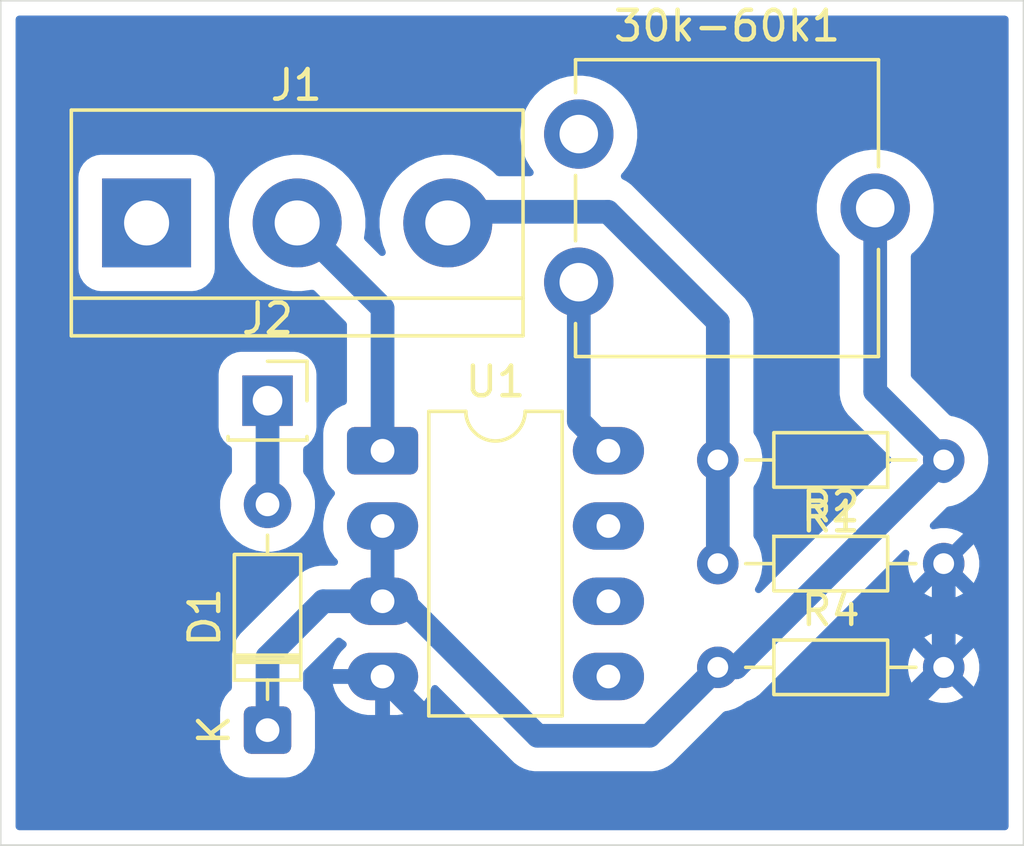
<source format=kicad_pcb>
(kicad_pcb (version 20241229) (generator "pcbnew") (generator_version "9.0")
  (title_block (title "Termodynamik") (date "2025-09-26") (company "DTU") (comment 1 "Lavet af Mathias Selander"))
  (layers (0 "F.Cu" signal) (2 "B.Cu" signal) (13 "F.Paste" user) (15 "B.Paste" user) (5 "F.SilkS" user "F.Silkscreen") (7 "B.SilkS" user "B.Silkscreen") (1 "F.Mask" user) (3 "B.Mask" user) (25 "Edge.Cuts" user))
  (net 0 "")
  (net 1 "Net-(D1-K)")
  (net 2 "Net-(D1-A)")
  (net 3 "Net-(J1-Pin_2)")
  (net 4 "Net-(J1-Pin_3)")
  (net 5 "VDD")
  (net 6 "GND")
  (net 7 "VCC")
  (footprint "Resistor_THT:R_Axial_DIN0204_L3.6mm_D1.6mm_P7.62mm_Horizontal" (layer "F.Cu") (at 166.19 105.5)
    (property "Reference" "R4" (at 3.81 -1.92 0) (layer "F.SilkS"))
    (property "Value" "300")
    (fp_line (start 0.94 0) (end 1.89 0) (stroke (width 0.12)) (layer "F.SilkS"))
    (fp_line (start 6.68 0) (end 5.73 0) (stroke (width 0.12)) (layer "F.SilkS"))
    (fp_rect (start 1.89 -0.92) (end 5.73 0.92) (stroke (width 0.12)) (fill no) (layer "F.SilkS"))
    (pad "1" thru_hole circle (at 0 0) (size 1.4 1.4) (drill 0.7) (layers "*.Cu" "*.Mask") (net 1 "Net-(D1-K)"))
    (pad "2" thru_hole circle (at 7.62 0) (size 1.4 1.4) (drill 0.7) (layers "*.Cu" "*.Mask") (net 6 "GND"))
  )
  (footprint "Connector_PinSocket_2.54mm:PinSocket_1x01_P2.54mm_Vertical" (layer "F.Cu") (at 151 96.5)
    (property "Reference" "J2" (at 0 -2.77 0) (layer "F.SilkS"))
    (property "Value" "Conn_01x01_Socket")
    (fp_line (start -1.33 1.21) (end -1.33 1.33) (stroke (width 0.12)) (layer "F.SilkS"))
    (fp_line (start -1.33 1.33) (end 1.33 1.33) (stroke (width 0.12)) (layer "F.SilkS"))
    (fp_line (start 0 -1.33) (end 1.33 -1.33) (stroke (width 0.12)) (layer "F.SilkS"))
    (fp_line (start 1.33 -1.33) (end 1.33 0) (stroke (width 0.12)) (layer "F.SilkS"))
    (fp_line (start 1.33 1.21) (end 1.33 1.33) (stroke (width 0.12)) (layer "F.SilkS"))
    (pad "1" thru_hole rect (at 0 0) (size 1.7 1.7) (drill 1) (layers "*.Cu" "*.Mask") (net 2 "Net-(D1-A)"))
  )
  (footprint "Package_DIP:DIP-8_W7.62mm_LongPads" (layer "F.Cu") (at 154.88 98.19)
    (property "Reference" "U1" (at 3.81 -2.33 0) (layer "F.SilkS"))
    (property "Value" "MCP6002-xSN")
    (fp_line (start 1.56 -1.33) (end 1.56 8.95) (stroke (width 0.12)) (layer "F.SilkS"))
    (fp_line (start 1.56 8.95) (end 6.06 8.95) (stroke (width 0.12)) (layer "F.SilkS"))
    (fp_line (start 2.81 -1.33) (end 1.56 -1.33) (stroke (width 0.12)) (layer "F.SilkS"))
    (fp_line (start 6.06 -1.33) (end 4.81 -1.33) (stroke (width 0.12)) (layer "F.SilkS"))
    (fp_line (start 6.06 8.95) (end 6.06 -1.33) (stroke (width 0.12)) (layer "F.SilkS"))
    (fp_arc (start 4.81 -1.33) (mid 3.81 -0.33) (end 2.81 -1.33) (stroke (width 0.12)) (layer "F.SilkS"))
    (pad "1" thru_hole roundrect (at 0 0) (size 2.4 1.6) (drill 0.8) (layers "*.Cu" "*.Mask") (roundrect_rratio 0.15625) (net 3 "Net-(J1-Pin_2)"))
    (pad "2" thru_hole oval (at 0 2.54) (size 2.4 1.6) (drill 0.8) (layers "*.Cu" "*.Mask") (net 1 "Net-(D1-K)"))
    (pad "3" thru_hole oval (at 0 5.08) (size 2.4 1.6) (drill 0.8) (layers "*.Cu" "*.Mask") (net 1 "Net-(D1-K)"))
    (pad "4" thru_hole oval (at 0 7.62) (size 2.4 1.6) (drill 0.8) (layers "*.Cu" "*.Mask") (net 6 "GND"))
    (pad "5" thru_hole oval (at 7.62 7.62) (size 2.4 1.6) (drill 0.8) (layers "*.Cu" "*.Mask"))
    (pad "6" thru_hole oval (at 7.62 5.08) (size 2.4 1.6) (drill 0.8) (layers "*.Cu" "*.Mask"))
    (pad "7" thru_hole oval (at 7.62 2.54) (size 2.4 1.6) (drill 0.8) (layers "*.Cu" "*.Mask"))
    (pad "8" thru_hole oval (at 7.62 0) (size 2.4 1.6) (drill 0.8) (layers "*.Cu" "*.Mask") (net 7 "VCC"))
  )
  (footprint "Potentiometer_THT:Potentiometer_ACP_CA9-V10_Vertical" (layer "F.Cu") (at 161.5 92.5)
    (property "Reference" "30k-60k1" (at 5 -8.65 0) (layer "F.SilkS"))
    (property "Value" "R_Potentiometer")
    (fp_line (start -0.11 -7.51) (end 10.11 -7.51) (stroke (width 0.12)) (layer "F.SilkS"))
    (fp_line (start -0.11 -6.396) (end -0.11 -7.51) (stroke (width 0.12)) (layer "F.SilkS"))
    (fp_line (start -0.11 -1.396) (end -0.11 -3.604) (stroke (width 0.12)) (layer "F.SilkS"))
    (fp_line (start -0.11 2.51) (end -0.11 1.396) (stroke (width 0.12)) (layer "F.SilkS"))
    (fp_line (start 10.11 -7.51) (end 10.11 -3.896) (stroke (width 0.12)) (layer "F.SilkS"))
    (fp_line (start 10.11 -1.104) (end 10.11 2.51) (stroke (width 0.12)) (layer "F.SilkS"))
    (fp_line (start 10.11 2.51) (end -0.11 2.51) (stroke (width 0.12)) (layer "F.SilkS"))
    (pad "1" thru_hole circle (at 0 0) (size 2.34 2.34) (drill 1.3) (layers "*.Cu" "*.Mask") (net 7 "VCC"))
    (pad "2" thru_hole circle (at 10 -2.5) (size 2.34 2.34) (drill 1.3) (layers "*.Cu" "*.Mask") (net 1 "Net-(D1-K)"))
    (pad "3" thru_hole circle (at 0 -5) (size 2.34 2.34) (drill 1.3) (layers "*.Cu" "*.Mask"))
  )
  (footprint "Diode_THT:D_DO-35_SOD27_P7.62mm_Horizontal" (layer "F.Cu") (at 151 107.62 90)
    (property "Reference" "D1" (at 3.81 -2.12 90) (layer "F.SilkS"))
    (property "Value" "1N4148")
    (fp_line (start 2.53 -1.12) (end 2.53 1.12) (stroke (width 0.12)) (layer "F.SilkS"))
    (fp_line (start 2.41 -1.12) (end 2.41 1.12) (stroke (width 0.12)) (layer "F.SilkS"))
    (fp_line (start 2.29 -1.12) (end 2.29 1.12) (stroke (width 0.12)) (layer "F.SilkS"))
    (fp_line (start 6.58 0) (end 5.93 0) (stroke (width 0.12)) (layer "F.SilkS"))
    (fp_line (start 1.04 0) (end 1.69 0) (stroke (width 0.12)) (layer "F.SilkS"))
    (fp_rect (start 1.69 -1.12) (end 5.93 1.12) (stroke (width 0.12)) (fill no) (layer "F.SilkS"))
    (fp_text user "K" (at 0 -1.8 90) (layer "F.SilkS"))
    (pad "1" thru_hole roundrect (at 0 0 90) (size 1.6 1.6) (drill 0.8) (layers "*.Cu" "*.Mask") (roundrect_rratio 0.15625) (net 1 "Net-(D1-K)"))
    (pad "2" thru_hole circle (at 7.62 0 90) (size 1.6 1.6) (drill 0.8) (layers "*.Cu" "*.Mask") (net 2 "Net-(D1-A)"))
  )
  (footprint "TerminalBlock:TerminalBlock_bornier-3_P5.08mm" (layer "F.Cu") (at 146.92 90.5)
    (property "Reference" "J1" (at 5.05 -4.65 0) (layer "F.SilkS"))
    (property "Value" "Screw_Terminal_01x03")
    (fp_line (start -2.54 -3.81) (end 12.7 -3.81) (stroke (width 0.12)) (layer "F.SilkS"))
    (fp_line (start -2.54 2.54) (end 12.7 2.54) (stroke (width 0.12)) (layer "F.SilkS"))
    (fp_line (start -2.54 3.81) (end -2.54 -3.81) (stroke (width 0.12)) (layer "F.SilkS"))
    (fp_line (start -2.54 3.81) (end 12.7 3.81) (stroke (width 0.12)) (layer "F.SilkS"))
    (fp_line (start 12.7 3.81) (end 12.7 -3.81) (stroke (width 0.12)) (layer "F.SilkS"))
    (pad "1" thru_hole rect (at 0 0) (size 3 3) (drill 1.52) (layers "*.Cu" "*.Mask") (net 5 "VDD"))
    (pad "2" thru_hole circle (at 5.08 0) (size 3 3) (drill 1.52) (layers "*.Cu" "*.Mask") (net 3 "Net-(J1-Pin_2)"))
    (pad "3" thru_hole circle (at 10.16 0) (size 3 3) (drill 1.52) (layers "*.Cu" "*.Mask") (net 4 "Net-(J1-Pin_3)"))
  )
  (footprint "Resistor_THT:R_Axial_DIN0204_L3.6mm_D1.6mm_P7.62mm_Horizontal" (layer "F.Cu") (at 173.81 98.5 180)
    (property "Reference" "R1" (at 3.81 -1.92 0) (layer "F.SilkS"))
    (property "Value" "20k")
    (fp_line (start 6.68 0) (end 5.73 0) (stroke (width 0.12)) (layer "F.SilkS"))
    (fp_line (start 0.94 0) (end 1.89 0) (stroke (width 0.12)) (layer "F.SilkS"))
    (fp_rect (start 1.89 -0.92) (end 5.73 0.92) (stroke (width 0.12)) (fill no) (layer "F.SilkS"))
    (pad "1" thru_hole circle (at 0 0 180) (size 1.4 1.4) (drill 0.7) (layers "*.Cu" "*.Mask") (net 1 "Net-(D1-K)"))
    (pad "2" thru_hole circle (at 7.62 0 180) (size 1.4 1.4) (drill 0.7) (layers "*.Cu" "*.Mask") (net 4 "Net-(J1-Pin_3)"))
  )
  (footprint "Resistor_THT:R_Axial_DIN0204_L3.6mm_D1.6mm_P7.62mm_Horizontal" (layer "F.Cu") (at 166.19 102)
    (property "Reference" "R2" (at 3.81 -1.92 0) (layer "F.SilkS"))
    (property "Value" "0.1")
    (fp_line (start 0.94 0) (end 1.89 0) (stroke (width 0.12)) (layer "F.SilkS"))
    (fp_line (start 6.68 0) (end 5.73 0) (stroke (width 0.12)) (layer "F.SilkS"))
    (fp_rect (start 1.89 -0.92) (end 5.73 0.92) (stroke (width 0.12)) (fill no) (layer "F.SilkS"))
    (pad "1" thru_hole circle (at 0 0) (size 1.4 1.4) (drill 0.7) (layers "*.Cu" "*.Mask") (net 4 "Net-(J1-Pin_3)"))
    (pad "2" thru_hole circle (at 7.62 0) (size 1.4 1.4) (drill 0.7) (layers "*.Cu" "*.Mask") (net 6 "GND"))
  )
  (gr_line (start 142 83) (end 176.5 83) (stroke (width 0.05)) (layer "Edge.Cuts"))
  (gr_line (start 176.5 111.5) (end 142 111.5) (stroke (width 0.05)) (layer "Edge.Cuts"))
  (gr_line (start 142 111.5) (end 142 83) (stroke (width 0.05)) (layer "Edge.Cuts"))
  (gr_line (start 176.5 83) (end 176.5 111.5) (stroke (width 0.05)) (layer "Edge.Cuts"))
  (segment (start 173.81 98.88) (end 173.81 98.5) (width 0.8) (layer "B.Cu") (net 1))
  (segment (start 166.81 105.5) (end 166.19 105.5) (width 0.8) (layer "B.Cu") (net 1))
  (segment (start 163.879 107.811) (end 160.110841 107.811) (width 0.8) (layer "B.Cu") (net 1))
  (segment (start 155.569841 103.27) (end 154.88 103.27) (width 0.8) (layer "B.Cu") (net 1))
  (segment (start 154.88 103.27) (end 154.88 100.73) (width 0.8) (layer "B.Cu") (net 1))
  (segment (start 151 105.15) (end 152.88 103.27) (width 0.8) (layer "B.Cu") (net 1))
  (segment (start 152.88 103.27) (end 154.88 103.27) (width 0.8) (layer "B.Cu") (net 1))
  (segment (start 173.81 98.5) (end 166.81 105.5) (width 0.8) (layer "B.Cu") (net 1))
  (segment (start 151 107.62) (end 151 105.15) (width 0.8) (layer "B.Cu") (net 1))
  (segment (start 171.5 96.19) (end 173.81 98.5) (width 0.8) (layer "B.Cu") (net 1))
  (segment (start 171.5 89.995) (end 171.5 96.19) (width 0.8) (layer "B.Cu") (net 1))
  (segment (start 160.110841 107.811) (end 155.569841 103.27) (width 0.8) (layer "B.Cu") (net 1))
  (segment (start 166.19 105.5) (end 163.879 107.811) (width 0.8) (layer "B.Cu") (net 1))
  (segment (start 151 96.5) (end 151 100) (width 0.8) (layer "B.Cu") (net 2))
  (segment (start 154.88 93.38) (end 154.88 98.19) (width 0.8) (layer "B.Cu") (net 3))
  (segment (start 152 90.5) (end 154.88 93.38) (width 0.8) (layer "B.Cu") (net 3))
  (segment (start 157.456 90.124) (end 162.482101 90.124) (width 0.8) (layer "B.Cu") (net 4))
  (segment (start 166.19 98.5) (end 166.19 102) (width 0.8) (layer "B.Cu") (net 4))
  (segment (start 157.08 90.5) (end 157.456 90.124) (width 0.8) (layer "B.Cu") (net 4))
  (segment (start 162.482101 90.124) (end 166.19 93.831899) (width 0.8) (layer "B.Cu") (net 4))
  (segment (start 166.19 93.831899) (end 166.19 98.5) (width 0.8) (layer "B.Cu") (net 4))
  (segment (start 173.81 105.5) (end 169.898 109.412) (width 0.8) (layer "B.Cu") (net 6))
  (segment (start 158.482 109.412) (end 154.88 105.81) (width 0.8) (layer "B.Cu") (net 6))
  (segment (start 173.81 102) (end 173.81 105.5) (width 0.8) (layer "B.Cu") (net 6))
  (segment (start 169.898 109.412) (end 158.482 109.412) (width 0.8) (layer "B.Cu") (net 6))
  (segment (start 161.5 92.495) (end 161.5 97.19) (width 0.8) (layer "B.Cu") (net 7))
  (segment (start 161.5 97.19) (end 162.5 98.19) (width 0.8) (layer "B.Cu") (net 7))
  (zone (net 6) (net_name "GND") (layer "B.Cu") (connect_pads (clearance 0.5)) (min_thickness 0.25) (fill yes (thermal_gap 0.5) (thermal_bridge_width 0.5))
    (polygon (pts (xy 176.5 83) (xy 142 83) (xy 142 111.5) (xy 176.5 111.5)))
  )
)
</source>
